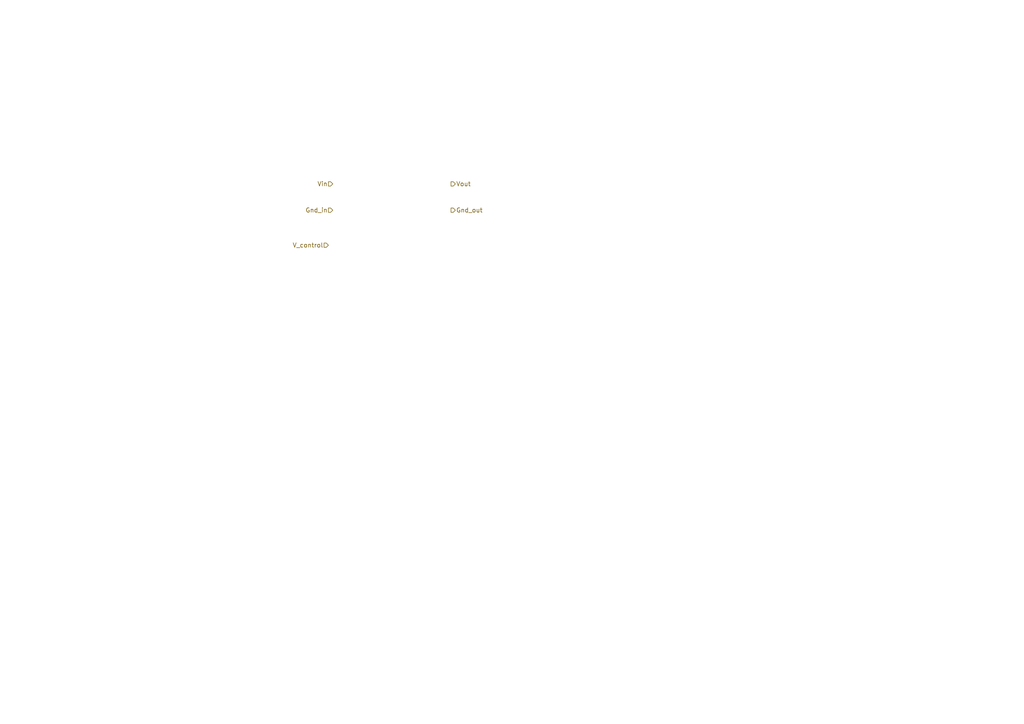
<source format=kicad_sch>
(kicad_sch
	(version 20250114)
	(generator "eeschema")
	(generator_version "9.0")
	(uuid "9f134f91-3e37-4a9b-8bd8-45fbfc84dec8")
	(paper "A4")
	(title_block
		(title "Heating Control Unit")
		(date "2025-05-05")
		(rev "V1.1")
	)
	(lib_symbols)
	(hierarchical_label "V_control"
		(shape input)
		(at 95.25 71.12 180)
		(effects
			(font
				(size 1.27 1.27)
			)
			(justify right)
		)
		(uuid "165e2b5c-ffc5-4fa4-ba69-2a4f170630d3")
	)
	(hierarchical_label "Gnd_in"
		(shape input)
		(at 96.52 60.96 180)
		(effects
			(font
				(size 1.27 1.27)
			)
			(justify right)
		)
		(uuid "1a4a85e1-c565-4c9e-93de-ec5ffbc2dfd9")
	)
	(hierarchical_label "Gnd_out"
		(shape output)
		(at 130.81 60.96 0)
		(effects
			(font
				(size 1.27 1.27)
			)
			(justify left)
		)
		(uuid "5c9fc501-4467-40f6-a058-531b4df967e9")
	)
	(hierarchical_label "Vin"
		(shape input)
		(at 96.52 53.34 180)
		(effects
			(font
				(size 1.27 1.27)
			)
			(justify right)
		)
		(uuid "76cd187c-5aba-409d-912f-5c6e718e8337")
	)
	(hierarchical_label "Vout"
		(shape output)
		(at 130.81 53.34 0)
		(effects
			(font
				(size 1.27 1.27)
			)
			(justify left)
		)
		(uuid "b22c5eee-07ef-4d48-80d9-f5eebab8bc4d")
	)
)

</source>
